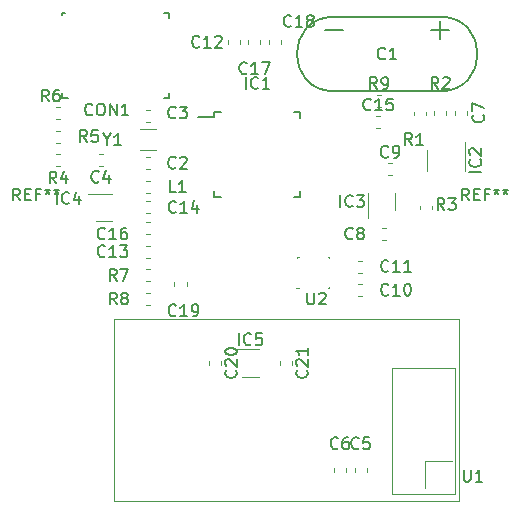
<source format=gto>
G04 #@! TF.GenerationSoftware,KiCad,Pcbnew,(5.0.0)*
G04 #@! TF.CreationDate,2019-03-22T22:35:01+01:00*
G04 #@! TF.ProjectId,nrf24l01-node,6E726632346C30312D6E6F64652E6B69,rev?*
G04 #@! TF.SameCoordinates,Original*
G04 #@! TF.FileFunction,Legend,Top*
G04 #@! TF.FilePolarity,Positive*
%FSLAX46Y46*%
G04 Gerber Fmt 4.6, Leading zero omitted, Abs format (unit mm)*
G04 Created by KiCad (PCBNEW (5.0.0)) date 03/22/19 22:35:01*
%MOMM*%
%LPD*%
G01*
G04 APERTURE LIST*
%ADD10C,0.120000*%
%ADD11C,0.150000*%
%ADD12C,0.100000*%
G04 APERTURE END LIST*
D10*
G04 #@! TO.C,C21*
X76390000Y-156237221D02*
X76390000Y-156562779D01*
X77410000Y-156237221D02*
X77410000Y-156562779D01*
G04 #@! TO.C,C20*
X71410000Y-156237221D02*
X71410000Y-156562779D01*
X70390000Y-156237221D02*
X70390000Y-156562779D01*
G04 #@! TO.C,R9*
X84637221Y-133690000D02*
X84962779Y-133690000D01*
X84637221Y-134710000D02*
X84962779Y-134710000D01*
G04 #@! TO.C,IC5*
X74635000Y-155240000D02*
X72550000Y-155240000D01*
X73225000Y-157560000D02*
X74635000Y-157560000D01*
G04 #@! TO.C,C19*
X67490000Y-149587221D02*
X67490000Y-149912779D01*
X68510000Y-149587221D02*
X68510000Y-149912779D01*
G04 #@! TO.C,C4*
X61412779Y-139760000D02*
X61087221Y-139760000D01*
X61412779Y-138740000D02*
X61087221Y-138740000D01*
G04 #@! TO.C,IC4*
X62235000Y-142090000D02*
X60150000Y-142090000D01*
X60825000Y-144410000D02*
X62235000Y-144410000D01*
G04 #@! TO.C,R8*
X65412779Y-150490000D02*
X65087221Y-150490000D01*
X65412779Y-151510000D02*
X65087221Y-151510000D01*
G04 #@! TO.C,R7*
X65412779Y-149510000D02*
X65087221Y-149510000D01*
X65412779Y-148490000D02*
X65087221Y-148490000D01*
D11*
G04 #@! TO.C,CON1*
X58436000Y-133951800D02*
X58004200Y-133951800D01*
X58004200Y-133951800D02*
X58004200Y-133520000D01*
X58182000Y-126750000D02*
X58000000Y-126750000D01*
X58004200Y-126763600D02*
X58004200Y-126916000D01*
X66564000Y-126750000D02*
X67000000Y-126750000D01*
X67000000Y-126750000D02*
X67000000Y-127170000D01*
X66564000Y-133951800D02*
X67000000Y-133951800D01*
X67000000Y-133951800D02*
X67000000Y-133520000D01*
D10*
G04 #@! TO.C,C18*
X76510000Y-129087221D02*
X76510000Y-129412779D01*
X75490000Y-129087221D02*
X75490000Y-129412779D01*
G04 #@! TO.C,R4*
X57492222Y-138740000D02*
X57817780Y-138740000D01*
X57492222Y-139760000D02*
X57817780Y-139760000D01*
G04 #@! TO.C,R5*
X57492222Y-137760000D02*
X57817780Y-137760000D01*
X57492222Y-136740000D02*
X57817780Y-136740000D01*
G04 #@! TO.C,R6*
X57492222Y-134740000D02*
X57817780Y-134740000D01*
X57492222Y-135760000D02*
X57817780Y-135760000D01*
G04 #@! TO.C,L1*
X65087221Y-140990000D02*
X65412779Y-140990000D01*
X65087221Y-142010000D02*
X65412779Y-142010000D01*
G04 #@! TO.C,C3*
X65412779Y-134990000D02*
X65087221Y-134990000D01*
X65412779Y-136010000D02*
X65087221Y-136010000D01*
G04 #@! TO.C,C2*
X65412779Y-140010000D02*
X65087221Y-140010000D01*
X65412779Y-138990000D02*
X65087221Y-138990000D01*
G04 #@! TO.C,Y1*
X65925000Y-136625000D02*
X64575000Y-136625000D01*
X65925000Y-138375000D02*
X64575000Y-138375000D01*
G04 #@! TO.C,IC3*
X83840000Y-142015000D02*
X83840000Y-144100000D01*
X86160000Y-143425000D02*
X86160000Y-142015000D01*
D11*
G04 #@! TO.C,C1*
X90000000Y-127100000D02*
X81000000Y-127100000D01*
X90000000Y-133400000D02*
X81000000Y-133400000D01*
X90000000Y-127100000D02*
G75*
G02X90000000Y-133400000I0J-3150000D01*
G01*
X81000000Y-133400000D02*
G75*
G02X81000000Y-127100000I0J3150000D01*
G01*
D10*
G04 #@! TO.C,C5*
X83760000Y-165337221D02*
X83760000Y-165662779D01*
X82740000Y-165337221D02*
X82740000Y-165662779D01*
G04 #@! TO.C,C6*
X82010000Y-165337221D02*
X82010000Y-165662779D01*
X80990000Y-165337221D02*
X80990000Y-165662779D01*
G04 #@! TO.C,C7*
X92260000Y-135412779D02*
X92260000Y-135087221D01*
X91240000Y-135412779D02*
X91240000Y-135087221D01*
G04 #@! TO.C,C8*
X85087221Y-146010000D02*
X85412779Y-146010000D01*
X85087221Y-144990000D02*
X85412779Y-144990000D01*
G04 #@! TO.C,C9*
X85587221Y-139490000D02*
X85912779Y-139490000D01*
X85587221Y-140510000D02*
X85912779Y-140510000D01*
G04 #@! TO.C,C10*
X83019365Y-149740000D02*
X83344923Y-149740000D01*
X83019365Y-150760000D02*
X83344923Y-150760000D01*
G04 #@! TO.C,C11*
X83019365Y-148760000D02*
X83344923Y-148760000D01*
X83019365Y-147740000D02*
X83344923Y-147740000D01*
G04 #@! TO.C,C12*
X73010000Y-129412779D02*
X73010000Y-129087221D01*
X71990000Y-129412779D02*
X71990000Y-129087221D01*
G04 #@! TO.C,C13*
X65412779Y-147510000D02*
X65087221Y-147510000D01*
X65412779Y-146490000D02*
X65087221Y-146490000D01*
G04 #@! TO.C,C14*
X65412779Y-142690921D02*
X65087221Y-142690921D01*
X65412779Y-143710921D02*
X65087221Y-143710921D01*
G04 #@! TO.C,C15*
X84587221Y-136510000D02*
X84912779Y-136510000D01*
X84587221Y-135490000D02*
X84912779Y-135490000D01*
G04 #@! TO.C,C16*
X65412779Y-145510000D02*
X65087221Y-145510000D01*
X65412779Y-144490000D02*
X65087221Y-144490000D01*
G04 #@! TO.C,C17*
X73740000Y-129412779D02*
X73740000Y-129087221D01*
X74760000Y-129412779D02*
X74760000Y-129087221D01*
D11*
G04 #@! TO.C,IC1*
X70875000Y-135125000D02*
X70875000Y-135550000D01*
X78125000Y-135125000D02*
X78125000Y-135650000D01*
X78125000Y-142375000D02*
X78125000Y-141850000D01*
X70875000Y-142375000D02*
X70875000Y-141850000D01*
X70875000Y-135125000D02*
X71400000Y-135125000D01*
X70875000Y-142375000D02*
X71400000Y-142375000D01*
X78125000Y-142375000D02*
X77600000Y-142375000D01*
X78125000Y-135125000D02*
X77600000Y-135125000D01*
X70875000Y-135550000D02*
X69500000Y-135550000D01*
D10*
G04 #@! TO.C,IC2*
X88890000Y-138350000D02*
X88890000Y-140150000D01*
X92110000Y-140150000D02*
X92110000Y-137700000D01*
G04 #@! TO.C,R1*
X87740000Y-135450279D02*
X87740000Y-135124721D01*
X88760000Y-135450279D02*
X88760000Y-135124721D01*
G04 #@! TO.C,R2*
X90510000Y-135435636D02*
X90510000Y-135110078D01*
X89490000Y-135435636D02*
X89490000Y-135110078D01*
G04 #@! TO.C,R3*
X88240000Y-143412779D02*
X88240000Y-143087221D01*
X89260000Y-143412779D02*
X89260000Y-143087221D01*
G04 #@! TO.C,U1*
X91270000Y-167524000D02*
X85936000Y-167524000D01*
X85936000Y-167524000D02*
X85936000Y-156856000D01*
X85936000Y-156856000D02*
X91270000Y-156856000D01*
X91270000Y-156856000D02*
X91270000Y-156856000D01*
X88730000Y-167016000D02*
X88730000Y-164730000D01*
X88730000Y-164730000D02*
X91016000Y-164730000D01*
X91016000Y-164730000D02*
X91016000Y-164730000D01*
X91600000Y-168100000D02*
X62400000Y-168100000D01*
X62400000Y-168100000D02*
X62400000Y-152650000D01*
X62400000Y-152650000D02*
X91600000Y-152650000D01*
X91600000Y-152650000D02*
X91600000Y-168100000D01*
X91600000Y-168100000D02*
X91600000Y-168100000D01*
X91270000Y-156856000D02*
X91270000Y-167524000D01*
X91270000Y-167524000D02*
X91270000Y-167524000D01*
D12*
G04 #@! TO.C,U2*
X80610000Y-150100000D02*
X80610000Y-149950000D01*
X80600000Y-150100000D02*
X80450000Y-150100000D01*
X80600000Y-147400000D02*
X80450000Y-147400000D01*
X80600000Y-147400000D02*
X80600000Y-147550000D01*
X77900000Y-147550000D02*
X77900000Y-147400000D01*
X77900000Y-147400000D02*
X78050000Y-147400000D01*
X78050000Y-150100000D02*
X77800000Y-150100000D01*
G04 #@! TO.C,C21*
D11*
X78687142Y-157042857D02*
X78734761Y-157090476D01*
X78782380Y-157233333D01*
X78782380Y-157328571D01*
X78734761Y-157471428D01*
X78639523Y-157566666D01*
X78544285Y-157614285D01*
X78353809Y-157661904D01*
X78210952Y-157661904D01*
X78020476Y-157614285D01*
X77925238Y-157566666D01*
X77830000Y-157471428D01*
X77782380Y-157328571D01*
X77782380Y-157233333D01*
X77830000Y-157090476D01*
X77877619Y-157042857D01*
X77877619Y-156661904D02*
X77830000Y-156614285D01*
X77782380Y-156519047D01*
X77782380Y-156280952D01*
X77830000Y-156185714D01*
X77877619Y-156138095D01*
X77972857Y-156090476D01*
X78068095Y-156090476D01*
X78210952Y-156138095D01*
X78782380Y-156709523D01*
X78782380Y-156090476D01*
X78782380Y-155138095D02*
X78782380Y-155709523D01*
X78782380Y-155423809D02*
X77782380Y-155423809D01*
X77925238Y-155519047D01*
X78020476Y-155614285D01*
X78068095Y-155709523D01*
G04 #@! TO.C,C20*
X72687142Y-157042857D02*
X72734761Y-157090476D01*
X72782380Y-157233333D01*
X72782380Y-157328571D01*
X72734761Y-157471428D01*
X72639523Y-157566666D01*
X72544285Y-157614285D01*
X72353809Y-157661904D01*
X72210952Y-157661904D01*
X72020476Y-157614285D01*
X71925238Y-157566666D01*
X71830000Y-157471428D01*
X71782380Y-157328571D01*
X71782380Y-157233333D01*
X71830000Y-157090476D01*
X71877619Y-157042857D01*
X71877619Y-156661904D02*
X71830000Y-156614285D01*
X71782380Y-156519047D01*
X71782380Y-156280952D01*
X71830000Y-156185714D01*
X71877619Y-156138095D01*
X71972857Y-156090476D01*
X72068095Y-156090476D01*
X72210952Y-156138095D01*
X72782380Y-156709523D01*
X72782380Y-156090476D01*
X71782380Y-155471428D02*
X71782380Y-155376190D01*
X71830000Y-155280952D01*
X71877619Y-155233333D01*
X71972857Y-155185714D01*
X72163333Y-155138095D01*
X72401428Y-155138095D01*
X72591904Y-155185714D01*
X72687142Y-155233333D01*
X72734761Y-155280952D01*
X72782380Y-155376190D01*
X72782380Y-155471428D01*
X72734761Y-155566666D01*
X72687142Y-155614285D01*
X72591904Y-155661904D01*
X72401428Y-155709523D01*
X72163333Y-155709523D01*
X71972857Y-155661904D01*
X71877619Y-155614285D01*
X71830000Y-155566666D01*
X71782380Y-155471428D01*
G04 #@! TO.C,R9*
X84633333Y-133222380D02*
X84300000Y-132746190D01*
X84061904Y-133222380D02*
X84061904Y-132222380D01*
X84442857Y-132222380D01*
X84538095Y-132270000D01*
X84585714Y-132317619D01*
X84633333Y-132412857D01*
X84633333Y-132555714D01*
X84585714Y-132650952D01*
X84538095Y-132698571D01*
X84442857Y-132746190D01*
X84061904Y-132746190D01*
X85109523Y-133222380D02*
X85300000Y-133222380D01*
X85395238Y-133174761D01*
X85442857Y-133127142D01*
X85538095Y-132984285D01*
X85585714Y-132793809D01*
X85585714Y-132412857D01*
X85538095Y-132317619D01*
X85490476Y-132270000D01*
X85395238Y-132222380D01*
X85204761Y-132222380D01*
X85109523Y-132270000D01*
X85061904Y-132317619D01*
X85014285Y-132412857D01*
X85014285Y-132650952D01*
X85061904Y-132746190D01*
X85109523Y-132793809D01*
X85204761Y-132841428D01*
X85395238Y-132841428D01*
X85490476Y-132793809D01*
X85538095Y-132746190D01*
X85585714Y-132650952D01*
G04 #@! TO.C,IC5*
X72923809Y-154902380D02*
X72923809Y-153902380D01*
X73971428Y-154807142D02*
X73923809Y-154854761D01*
X73780952Y-154902380D01*
X73685714Y-154902380D01*
X73542857Y-154854761D01*
X73447619Y-154759523D01*
X73400000Y-154664285D01*
X73352380Y-154473809D01*
X73352380Y-154330952D01*
X73400000Y-154140476D01*
X73447619Y-154045238D01*
X73542857Y-153950000D01*
X73685714Y-153902380D01*
X73780952Y-153902380D01*
X73923809Y-153950000D01*
X73971428Y-153997619D01*
X74876190Y-153902380D02*
X74400000Y-153902380D01*
X74352380Y-154378571D01*
X74400000Y-154330952D01*
X74495238Y-154283333D01*
X74733333Y-154283333D01*
X74828571Y-154330952D01*
X74876190Y-154378571D01*
X74923809Y-154473809D01*
X74923809Y-154711904D01*
X74876190Y-154807142D01*
X74828571Y-154854761D01*
X74733333Y-154902380D01*
X74495238Y-154902380D01*
X74400000Y-154854761D01*
X74352380Y-154807142D01*
G04 #@! TO.C,REF\002A\002A*
X54416666Y-142652380D02*
X54083333Y-142176190D01*
X53845238Y-142652380D02*
X53845238Y-141652380D01*
X54226190Y-141652380D01*
X54321428Y-141700000D01*
X54369047Y-141747619D01*
X54416666Y-141842857D01*
X54416666Y-141985714D01*
X54369047Y-142080952D01*
X54321428Y-142128571D01*
X54226190Y-142176190D01*
X53845238Y-142176190D01*
X54845238Y-142128571D02*
X55178571Y-142128571D01*
X55321428Y-142652380D02*
X54845238Y-142652380D01*
X54845238Y-141652380D01*
X55321428Y-141652380D01*
X56083333Y-142128571D02*
X55750000Y-142128571D01*
X55750000Y-142652380D02*
X55750000Y-141652380D01*
X56226190Y-141652380D01*
X56750000Y-141652380D02*
X56750000Y-141890476D01*
X56511904Y-141795238D02*
X56750000Y-141890476D01*
X56988095Y-141795238D01*
X56607142Y-142080952D02*
X56750000Y-141890476D01*
X56892857Y-142080952D01*
X57511904Y-141652380D02*
X57511904Y-141890476D01*
X57273809Y-141795238D02*
X57511904Y-141890476D01*
X57750000Y-141795238D01*
X57369047Y-142080952D02*
X57511904Y-141890476D01*
X57654761Y-142080952D01*
X92416666Y-142652380D02*
X92083333Y-142176190D01*
X91845238Y-142652380D02*
X91845238Y-141652380D01*
X92226190Y-141652380D01*
X92321428Y-141700000D01*
X92369047Y-141747619D01*
X92416666Y-141842857D01*
X92416666Y-141985714D01*
X92369047Y-142080952D01*
X92321428Y-142128571D01*
X92226190Y-142176190D01*
X91845238Y-142176190D01*
X92845238Y-142128571D02*
X93178571Y-142128571D01*
X93321428Y-142652380D02*
X92845238Y-142652380D01*
X92845238Y-141652380D01*
X93321428Y-141652380D01*
X94083333Y-142128571D02*
X93750000Y-142128571D01*
X93750000Y-142652380D02*
X93750000Y-141652380D01*
X94226190Y-141652380D01*
X94750000Y-141652380D02*
X94750000Y-141890476D01*
X94511904Y-141795238D02*
X94750000Y-141890476D01*
X94988095Y-141795238D01*
X94607142Y-142080952D02*
X94750000Y-141890476D01*
X94892857Y-142080952D01*
X95511904Y-141652380D02*
X95511904Y-141890476D01*
X95273809Y-141795238D02*
X95511904Y-141890476D01*
X95750000Y-141795238D01*
X95369047Y-142080952D02*
X95511904Y-141890476D01*
X95654761Y-142080952D01*
G04 #@! TO.C,C19*
X67607142Y-152357142D02*
X67559523Y-152404761D01*
X67416666Y-152452380D01*
X67321428Y-152452380D01*
X67178571Y-152404761D01*
X67083333Y-152309523D01*
X67035714Y-152214285D01*
X66988095Y-152023809D01*
X66988095Y-151880952D01*
X67035714Y-151690476D01*
X67083333Y-151595238D01*
X67178571Y-151500000D01*
X67321428Y-151452380D01*
X67416666Y-151452380D01*
X67559523Y-151500000D01*
X67607142Y-151547619D01*
X68559523Y-152452380D02*
X67988095Y-152452380D01*
X68273809Y-152452380D02*
X68273809Y-151452380D01*
X68178571Y-151595238D01*
X68083333Y-151690476D01*
X67988095Y-151738095D01*
X69035714Y-152452380D02*
X69226190Y-152452380D01*
X69321428Y-152404761D01*
X69369047Y-152357142D01*
X69464285Y-152214285D01*
X69511904Y-152023809D01*
X69511904Y-151642857D01*
X69464285Y-151547619D01*
X69416666Y-151500000D01*
X69321428Y-151452380D01*
X69130952Y-151452380D01*
X69035714Y-151500000D01*
X68988095Y-151547619D01*
X68940476Y-151642857D01*
X68940476Y-151880952D01*
X68988095Y-151976190D01*
X69035714Y-152023809D01*
X69130952Y-152071428D01*
X69321428Y-152071428D01*
X69416666Y-152023809D01*
X69464285Y-151976190D01*
X69511904Y-151880952D01*
G04 #@! TO.C,C4*
X61083333Y-141037142D02*
X61035714Y-141084761D01*
X60892857Y-141132380D01*
X60797619Y-141132380D01*
X60654761Y-141084761D01*
X60559523Y-140989523D01*
X60511904Y-140894285D01*
X60464285Y-140703809D01*
X60464285Y-140560952D01*
X60511904Y-140370476D01*
X60559523Y-140275238D01*
X60654761Y-140180000D01*
X60797619Y-140132380D01*
X60892857Y-140132380D01*
X61035714Y-140180000D01*
X61083333Y-140227619D01*
X61940476Y-140465714D02*
X61940476Y-141132380D01*
X61702380Y-140084761D02*
X61464285Y-140799047D01*
X62083333Y-140799047D01*
G04 #@! TO.C,IC4*
X57523809Y-142952380D02*
X57523809Y-141952380D01*
X58571428Y-142857142D02*
X58523809Y-142904761D01*
X58380952Y-142952380D01*
X58285714Y-142952380D01*
X58142857Y-142904761D01*
X58047619Y-142809523D01*
X58000000Y-142714285D01*
X57952380Y-142523809D01*
X57952380Y-142380952D01*
X58000000Y-142190476D01*
X58047619Y-142095238D01*
X58142857Y-142000000D01*
X58285714Y-141952380D01*
X58380952Y-141952380D01*
X58523809Y-142000000D01*
X58571428Y-142047619D01*
X59428571Y-142285714D02*
X59428571Y-142952380D01*
X59190476Y-141904761D02*
X58952380Y-142619047D01*
X59571428Y-142619047D01*
G04 #@! TO.C,R8*
X62583333Y-151452380D02*
X62250000Y-150976190D01*
X62011904Y-151452380D02*
X62011904Y-150452380D01*
X62392857Y-150452380D01*
X62488095Y-150500000D01*
X62535714Y-150547619D01*
X62583333Y-150642857D01*
X62583333Y-150785714D01*
X62535714Y-150880952D01*
X62488095Y-150928571D01*
X62392857Y-150976190D01*
X62011904Y-150976190D01*
X63154761Y-150880952D02*
X63059523Y-150833333D01*
X63011904Y-150785714D01*
X62964285Y-150690476D01*
X62964285Y-150642857D01*
X63011904Y-150547619D01*
X63059523Y-150500000D01*
X63154761Y-150452380D01*
X63345238Y-150452380D01*
X63440476Y-150500000D01*
X63488095Y-150547619D01*
X63535714Y-150642857D01*
X63535714Y-150690476D01*
X63488095Y-150785714D01*
X63440476Y-150833333D01*
X63345238Y-150880952D01*
X63154761Y-150880952D01*
X63059523Y-150928571D01*
X63011904Y-150976190D01*
X62964285Y-151071428D01*
X62964285Y-151261904D01*
X63011904Y-151357142D01*
X63059523Y-151404761D01*
X63154761Y-151452380D01*
X63345238Y-151452380D01*
X63440476Y-151404761D01*
X63488095Y-151357142D01*
X63535714Y-151261904D01*
X63535714Y-151071428D01*
X63488095Y-150976190D01*
X63440476Y-150928571D01*
X63345238Y-150880952D01*
G04 #@! TO.C,R7*
X62583333Y-149452380D02*
X62250000Y-148976190D01*
X62011904Y-149452380D02*
X62011904Y-148452380D01*
X62392857Y-148452380D01*
X62488095Y-148500000D01*
X62535714Y-148547619D01*
X62583333Y-148642857D01*
X62583333Y-148785714D01*
X62535714Y-148880952D01*
X62488095Y-148928571D01*
X62392857Y-148976190D01*
X62011904Y-148976190D01*
X62916666Y-148452380D02*
X63583333Y-148452380D01*
X63154761Y-149452380D01*
G04 #@! TO.C,CON1*
X60535714Y-135357142D02*
X60488095Y-135404761D01*
X60345238Y-135452380D01*
X60250000Y-135452380D01*
X60107142Y-135404761D01*
X60011904Y-135309523D01*
X59964285Y-135214285D01*
X59916666Y-135023809D01*
X59916666Y-134880952D01*
X59964285Y-134690476D01*
X60011904Y-134595238D01*
X60107142Y-134500000D01*
X60250000Y-134452380D01*
X60345238Y-134452380D01*
X60488095Y-134500000D01*
X60535714Y-134547619D01*
X61154761Y-134452380D02*
X61345238Y-134452380D01*
X61440476Y-134500000D01*
X61535714Y-134595238D01*
X61583333Y-134785714D01*
X61583333Y-135119047D01*
X61535714Y-135309523D01*
X61440476Y-135404761D01*
X61345238Y-135452380D01*
X61154761Y-135452380D01*
X61059523Y-135404761D01*
X60964285Y-135309523D01*
X60916666Y-135119047D01*
X60916666Y-134785714D01*
X60964285Y-134595238D01*
X61059523Y-134500000D01*
X61154761Y-134452380D01*
X62011904Y-135452380D02*
X62011904Y-134452380D01*
X62583333Y-135452380D01*
X62583333Y-134452380D01*
X63583333Y-135452380D02*
X63011904Y-135452380D01*
X63297619Y-135452380D02*
X63297619Y-134452380D01*
X63202380Y-134595238D01*
X63107142Y-134690476D01*
X63011904Y-134738095D01*
G04 #@! TO.C,C18*
X77357142Y-127857142D02*
X77309523Y-127904761D01*
X77166666Y-127952380D01*
X77071428Y-127952380D01*
X76928571Y-127904761D01*
X76833333Y-127809523D01*
X76785714Y-127714285D01*
X76738095Y-127523809D01*
X76738095Y-127380952D01*
X76785714Y-127190476D01*
X76833333Y-127095238D01*
X76928571Y-127000000D01*
X77071428Y-126952380D01*
X77166666Y-126952380D01*
X77309523Y-127000000D01*
X77357142Y-127047619D01*
X78309523Y-127952380D02*
X77738095Y-127952380D01*
X78023809Y-127952380D02*
X78023809Y-126952380D01*
X77928571Y-127095238D01*
X77833333Y-127190476D01*
X77738095Y-127238095D01*
X78880952Y-127380952D02*
X78785714Y-127333333D01*
X78738095Y-127285714D01*
X78690476Y-127190476D01*
X78690476Y-127142857D01*
X78738095Y-127047619D01*
X78785714Y-127000000D01*
X78880952Y-126952380D01*
X79071428Y-126952380D01*
X79166666Y-127000000D01*
X79214285Y-127047619D01*
X79261904Y-127142857D01*
X79261904Y-127190476D01*
X79214285Y-127285714D01*
X79166666Y-127333333D01*
X79071428Y-127380952D01*
X78880952Y-127380952D01*
X78785714Y-127428571D01*
X78738095Y-127476190D01*
X78690476Y-127571428D01*
X78690476Y-127761904D01*
X78738095Y-127857142D01*
X78785714Y-127904761D01*
X78880952Y-127952380D01*
X79071428Y-127952380D01*
X79166666Y-127904761D01*
X79214285Y-127857142D01*
X79261904Y-127761904D01*
X79261904Y-127571428D01*
X79214285Y-127476190D01*
X79166666Y-127428571D01*
X79071428Y-127380952D01*
G04 #@! TO.C,R4*
X57488334Y-141202380D02*
X57155001Y-140726190D01*
X56916905Y-141202380D02*
X56916905Y-140202380D01*
X57297858Y-140202380D01*
X57393096Y-140250000D01*
X57440715Y-140297619D01*
X57488334Y-140392857D01*
X57488334Y-140535714D01*
X57440715Y-140630952D01*
X57393096Y-140678571D01*
X57297858Y-140726190D01*
X56916905Y-140726190D01*
X58345477Y-140535714D02*
X58345477Y-141202380D01*
X58107381Y-140154761D02*
X57869286Y-140869047D01*
X58488334Y-140869047D01*
G04 #@! TO.C,R5*
X60083333Y-137702380D02*
X59750000Y-137226190D01*
X59511904Y-137702380D02*
X59511904Y-136702380D01*
X59892857Y-136702380D01*
X59988095Y-136750000D01*
X60035714Y-136797619D01*
X60083333Y-136892857D01*
X60083333Y-137035714D01*
X60035714Y-137130952D01*
X59988095Y-137178571D01*
X59892857Y-137226190D01*
X59511904Y-137226190D01*
X60988095Y-136702380D02*
X60511904Y-136702380D01*
X60464285Y-137178571D01*
X60511904Y-137130952D01*
X60607142Y-137083333D01*
X60845238Y-137083333D01*
X60940476Y-137130952D01*
X60988095Y-137178571D01*
X61035714Y-137273809D01*
X61035714Y-137511904D01*
X60988095Y-137607142D01*
X60940476Y-137654761D01*
X60845238Y-137702380D01*
X60607142Y-137702380D01*
X60511904Y-137654761D01*
X60464285Y-137607142D01*
G04 #@! TO.C,R6*
X56833333Y-134272380D02*
X56500000Y-133796190D01*
X56261904Y-134272380D02*
X56261904Y-133272380D01*
X56642857Y-133272380D01*
X56738095Y-133320000D01*
X56785714Y-133367619D01*
X56833333Y-133462857D01*
X56833333Y-133605714D01*
X56785714Y-133700952D01*
X56738095Y-133748571D01*
X56642857Y-133796190D01*
X56261904Y-133796190D01*
X57690476Y-133272380D02*
X57500000Y-133272380D01*
X57404761Y-133320000D01*
X57357142Y-133367619D01*
X57261904Y-133510476D01*
X57214285Y-133700952D01*
X57214285Y-134081904D01*
X57261904Y-134177142D01*
X57309523Y-134224761D01*
X57404761Y-134272380D01*
X57595238Y-134272380D01*
X57690476Y-134224761D01*
X57738095Y-134177142D01*
X57785714Y-134081904D01*
X57785714Y-133843809D01*
X57738095Y-133748571D01*
X57690476Y-133700952D01*
X57595238Y-133653333D01*
X57404761Y-133653333D01*
X57309523Y-133700952D01*
X57261904Y-133748571D01*
X57214285Y-133843809D01*
G04 #@! TO.C,L1*
X67583333Y-141952380D02*
X67107142Y-141952380D01*
X67107142Y-140952380D01*
X68440476Y-141952380D02*
X67869047Y-141952380D01*
X68154761Y-141952380D02*
X68154761Y-140952380D01*
X68059523Y-141095238D01*
X67964285Y-141190476D01*
X67869047Y-141238095D01*
G04 #@! TO.C,C3*
X67583333Y-135607142D02*
X67535714Y-135654761D01*
X67392857Y-135702380D01*
X67297619Y-135702380D01*
X67154761Y-135654761D01*
X67059523Y-135559523D01*
X67011904Y-135464285D01*
X66964285Y-135273809D01*
X66964285Y-135130952D01*
X67011904Y-134940476D01*
X67059523Y-134845238D01*
X67154761Y-134750000D01*
X67297619Y-134702380D01*
X67392857Y-134702380D01*
X67535714Y-134750000D01*
X67583333Y-134797619D01*
X67916666Y-134702380D02*
X68535714Y-134702380D01*
X68202380Y-135083333D01*
X68345238Y-135083333D01*
X68440476Y-135130952D01*
X68488095Y-135178571D01*
X68535714Y-135273809D01*
X68535714Y-135511904D01*
X68488095Y-135607142D01*
X68440476Y-135654761D01*
X68345238Y-135702380D01*
X68059523Y-135702380D01*
X67964285Y-135654761D01*
X67916666Y-135607142D01*
G04 #@! TO.C,C2*
X67583333Y-139857142D02*
X67535714Y-139904761D01*
X67392857Y-139952380D01*
X67297619Y-139952380D01*
X67154761Y-139904761D01*
X67059523Y-139809523D01*
X67011904Y-139714285D01*
X66964285Y-139523809D01*
X66964285Y-139380952D01*
X67011904Y-139190476D01*
X67059523Y-139095238D01*
X67154761Y-139000000D01*
X67297619Y-138952380D01*
X67392857Y-138952380D01*
X67535714Y-139000000D01*
X67583333Y-139047619D01*
X67964285Y-139047619D02*
X68011904Y-139000000D01*
X68107142Y-138952380D01*
X68345238Y-138952380D01*
X68440476Y-139000000D01*
X68488095Y-139047619D01*
X68535714Y-139142857D01*
X68535714Y-139238095D01*
X68488095Y-139380952D01*
X67916666Y-139952380D01*
X68535714Y-139952380D01*
G04 #@! TO.C,Y1*
X61773809Y-137476190D02*
X61773809Y-137952380D01*
X61440476Y-136952380D02*
X61773809Y-137476190D01*
X62107142Y-136952380D01*
X62964285Y-137952380D02*
X62392857Y-137952380D01*
X62678571Y-137952380D02*
X62678571Y-136952380D01*
X62583333Y-137095238D01*
X62488095Y-137190476D01*
X62392857Y-137238095D01*
G04 #@! TO.C,IC3*
X81523809Y-143202380D02*
X81523809Y-142202380D01*
X82571428Y-143107142D02*
X82523809Y-143154761D01*
X82380952Y-143202380D01*
X82285714Y-143202380D01*
X82142857Y-143154761D01*
X82047619Y-143059523D01*
X82000000Y-142964285D01*
X81952380Y-142773809D01*
X81952380Y-142630952D01*
X82000000Y-142440476D01*
X82047619Y-142345238D01*
X82142857Y-142250000D01*
X82285714Y-142202380D01*
X82380952Y-142202380D01*
X82523809Y-142250000D01*
X82571428Y-142297619D01*
X82904761Y-142202380D02*
X83523809Y-142202380D01*
X83190476Y-142583333D01*
X83333333Y-142583333D01*
X83428571Y-142630952D01*
X83476190Y-142678571D01*
X83523809Y-142773809D01*
X83523809Y-143011904D01*
X83476190Y-143107142D01*
X83428571Y-143154761D01*
X83333333Y-143202380D01*
X83047619Y-143202380D01*
X82952380Y-143154761D01*
X82904761Y-143107142D01*
G04 #@! TO.C,C1*
X85333333Y-130607142D02*
X85285714Y-130654761D01*
X85142857Y-130702380D01*
X85047619Y-130702380D01*
X84904761Y-130654761D01*
X84809523Y-130559523D01*
X84761904Y-130464285D01*
X84714285Y-130273809D01*
X84714285Y-130130952D01*
X84761904Y-129940476D01*
X84809523Y-129845238D01*
X84904761Y-129750000D01*
X85047619Y-129702380D01*
X85142857Y-129702380D01*
X85285714Y-129750000D01*
X85333333Y-129797619D01*
X86285714Y-130702380D02*
X85714285Y-130702380D01*
X86000000Y-130702380D02*
X86000000Y-129702380D01*
X85904761Y-129845238D01*
X85809523Y-129940476D01*
X85714285Y-129988095D01*
X89238095Y-128242857D02*
X90761904Y-128242857D01*
X90000000Y-129004761D02*
X90000000Y-127480952D01*
X80238095Y-128242857D02*
X81761904Y-128242857D01*
G04 #@! TO.C,C5*
X83083333Y-163607142D02*
X83035714Y-163654761D01*
X82892857Y-163702380D01*
X82797619Y-163702380D01*
X82654761Y-163654761D01*
X82559523Y-163559523D01*
X82511904Y-163464285D01*
X82464285Y-163273809D01*
X82464285Y-163130952D01*
X82511904Y-162940476D01*
X82559523Y-162845238D01*
X82654761Y-162750000D01*
X82797619Y-162702380D01*
X82892857Y-162702380D01*
X83035714Y-162750000D01*
X83083333Y-162797619D01*
X83988095Y-162702380D02*
X83511904Y-162702380D01*
X83464285Y-163178571D01*
X83511904Y-163130952D01*
X83607142Y-163083333D01*
X83845238Y-163083333D01*
X83940476Y-163130952D01*
X83988095Y-163178571D01*
X84035714Y-163273809D01*
X84035714Y-163511904D01*
X83988095Y-163607142D01*
X83940476Y-163654761D01*
X83845238Y-163702380D01*
X83607142Y-163702380D01*
X83511904Y-163654761D01*
X83464285Y-163607142D01*
G04 #@! TO.C,C6*
X81333333Y-163607142D02*
X81285714Y-163654761D01*
X81142857Y-163702380D01*
X81047619Y-163702380D01*
X80904761Y-163654761D01*
X80809523Y-163559523D01*
X80761904Y-163464285D01*
X80714285Y-163273809D01*
X80714285Y-163130952D01*
X80761904Y-162940476D01*
X80809523Y-162845238D01*
X80904761Y-162750000D01*
X81047619Y-162702380D01*
X81142857Y-162702380D01*
X81285714Y-162750000D01*
X81333333Y-162797619D01*
X82190476Y-162702380D02*
X82000000Y-162702380D01*
X81904761Y-162750000D01*
X81857142Y-162797619D01*
X81761904Y-162940476D01*
X81714285Y-163130952D01*
X81714285Y-163511904D01*
X81761904Y-163607142D01*
X81809523Y-163654761D01*
X81904761Y-163702380D01*
X82095238Y-163702380D01*
X82190476Y-163654761D01*
X82238095Y-163607142D01*
X82285714Y-163511904D01*
X82285714Y-163273809D01*
X82238095Y-163178571D01*
X82190476Y-163130952D01*
X82095238Y-163083333D01*
X81904761Y-163083333D01*
X81809523Y-163130952D01*
X81761904Y-163178571D01*
X81714285Y-163273809D01*
G04 #@! TO.C,C7*
X93607142Y-135416666D02*
X93654761Y-135464285D01*
X93702380Y-135607142D01*
X93702380Y-135702380D01*
X93654761Y-135845238D01*
X93559523Y-135940476D01*
X93464285Y-135988095D01*
X93273809Y-136035714D01*
X93130952Y-136035714D01*
X92940476Y-135988095D01*
X92845238Y-135940476D01*
X92750000Y-135845238D01*
X92702380Y-135702380D01*
X92702380Y-135607142D01*
X92750000Y-135464285D01*
X92797619Y-135416666D01*
X92702380Y-135083333D02*
X92702380Y-134416666D01*
X93702380Y-134845238D01*
G04 #@! TO.C,C8*
X82583333Y-145857142D02*
X82535714Y-145904761D01*
X82392857Y-145952380D01*
X82297619Y-145952380D01*
X82154761Y-145904761D01*
X82059523Y-145809523D01*
X82011904Y-145714285D01*
X81964285Y-145523809D01*
X81964285Y-145380952D01*
X82011904Y-145190476D01*
X82059523Y-145095238D01*
X82154761Y-145000000D01*
X82297619Y-144952380D01*
X82392857Y-144952380D01*
X82535714Y-145000000D01*
X82583333Y-145047619D01*
X83154761Y-145380952D02*
X83059523Y-145333333D01*
X83011904Y-145285714D01*
X82964285Y-145190476D01*
X82964285Y-145142857D01*
X83011904Y-145047619D01*
X83059523Y-145000000D01*
X83154761Y-144952380D01*
X83345238Y-144952380D01*
X83440476Y-145000000D01*
X83488095Y-145047619D01*
X83535714Y-145142857D01*
X83535714Y-145190476D01*
X83488095Y-145285714D01*
X83440476Y-145333333D01*
X83345238Y-145380952D01*
X83154761Y-145380952D01*
X83059523Y-145428571D01*
X83011904Y-145476190D01*
X82964285Y-145571428D01*
X82964285Y-145761904D01*
X83011904Y-145857142D01*
X83059523Y-145904761D01*
X83154761Y-145952380D01*
X83345238Y-145952380D01*
X83440476Y-145904761D01*
X83488095Y-145857142D01*
X83535714Y-145761904D01*
X83535714Y-145571428D01*
X83488095Y-145476190D01*
X83440476Y-145428571D01*
X83345238Y-145380952D01*
G04 #@! TO.C,C9*
X85583333Y-138927142D02*
X85535714Y-138974761D01*
X85392857Y-139022380D01*
X85297619Y-139022380D01*
X85154761Y-138974761D01*
X85059523Y-138879523D01*
X85011904Y-138784285D01*
X84964285Y-138593809D01*
X84964285Y-138450952D01*
X85011904Y-138260476D01*
X85059523Y-138165238D01*
X85154761Y-138070000D01*
X85297619Y-138022380D01*
X85392857Y-138022380D01*
X85535714Y-138070000D01*
X85583333Y-138117619D01*
X86059523Y-139022380D02*
X86250000Y-139022380D01*
X86345238Y-138974761D01*
X86392857Y-138927142D01*
X86488095Y-138784285D01*
X86535714Y-138593809D01*
X86535714Y-138212857D01*
X86488095Y-138117619D01*
X86440476Y-138070000D01*
X86345238Y-138022380D01*
X86154761Y-138022380D01*
X86059523Y-138070000D01*
X86011904Y-138117619D01*
X85964285Y-138212857D01*
X85964285Y-138450952D01*
X86011904Y-138546190D01*
X86059523Y-138593809D01*
X86154761Y-138641428D01*
X86345238Y-138641428D01*
X86440476Y-138593809D01*
X86488095Y-138546190D01*
X86535714Y-138450952D01*
G04 #@! TO.C,C10*
X85607142Y-150607142D02*
X85559523Y-150654761D01*
X85416666Y-150702380D01*
X85321428Y-150702380D01*
X85178571Y-150654761D01*
X85083333Y-150559523D01*
X85035714Y-150464285D01*
X84988095Y-150273809D01*
X84988095Y-150130952D01*
X85035714Y-149940476D01*
X85083333Y-149845238D01*
X85178571Y-149750000D01*
X85321428Y-149702380D01*
X85416666Y-149702380D01*
X85559523Y-149750000D01*
X85607142Y-149797619D01*
X86559523Y-150702380D02*
X85988095Y-150702380D01*
X86273809Y-150702380D02*
X86273809Y-149702380D01*
X86178571Y-149845238D01*
X86083333Y-149940476D01*
X85988095Y-149988095D01*
X87178571Y-149702380D02*
X87273809Y-149702380D01*
X87369047Y-149750000D01*
X87416666Y-149797619D01*
X87464285Y-149892857D01*
X87511904Y-150083333D01*
X87511904Y-150321428D01*
X87464285Y-150511904D01*
X87416666Y-150607142D01*
X87369047Y-150654761D01*
X87273809Y-150702380D01*
X87178571Y-150702380D01*
X87083333Y-150654761D01*
X87035714Y-150607142D01*
X86988095Y-150511904D01*
X86940476Y-150321428D01*
X86940476Y-150083333D01*
X86988095Y-149892857D01*
X87035714Y-149797619D01*
X87083333Y-149750000D01*
X87178571Y-149702380D01*
G04 #@! TO.C,C11*
X85607142Y-148607142D02*
X85559523Y-148654761D01*
X85416666Y-148702380D01*
X85321428Y-148702380D01*
X85178571Y-148654761D01*
X85083333Y-148559523D01*
X85035714Y-148464285D01*
X84988095Y-148273809D01*
X84988095Y-148130952D01*
X85035714Y-147940476D01*
X85083333Y-147845238D01*
X85178571Y-147750000D01*
X85321428Y-147702380D01*
X85416666Y-147702380D01*
X85559523Y-147750000D01*
X85607142Y-147797619D01*
X86559523Y-148702380D02*
X85988095Y-148702380D01*
X86273809Y-148702380D02*
X86273809Y-147702380D01*
X86178571Y-147845238D01*
X86083333Y-147940476D01*
X85988095Y-147988095D01*
X87511904Y-148702380D02*
X86940476Y-148702380D01*
X87226190Y-148702380D02*
X87226190Y-147702380D01*
X87130952Y-147845238D01*
X87035714Y-147940476D01*
X86940476Y-147988095D01*
G04 #@! TO.C,C12*
X69607142Y-129607142D02*
X69559523Y-129654761D01*
X69416666Y-129702380D01*
X69321428Y-129702380D01*
X69178571Y-129654761D01*
X69083333Y-129559523D01*
X69035714Y-129464285D01*
X68988095Y-129273809D01*
X68988095Y-129130952D01*
X69035714Y-128940476D01*
X69083333Y-128845238D01*
X69178571Y-128750000D01*
X69321428Y-128702380D01*
X69416666Y-128702380D01*
X69559523Y-128750000D01*
X69607142Y-128797619D01*
X70559523Y-129702380D02*
X69988095Y-129702380D01*
X70273809Y-129702380D02*
X70273809Y-128702380D01*
X70178571Y-128845238D01*
X70083333Y-128940476D01*
X69988095Y-128988095D01*
X70940476Y-128797619D02*
X70988095Y-128750000D01*
X71083333Y-128702380D01*
X71321428Y-128702380D01*
X71416666Y-128750000D01*
X71464285Y-128797619D01*
X71511904Y-128892857D01*
X71511904Y-128988095D01*
X71464285Y-129130952D01*
X70892857Y-129702380D01*
X71511904Y-129702380D01*
G04 #@! TO.C,C13*
X61607142Y-147357142D02*
X61559523Y-147404761D01*
X61416666Y-147452380D01*
X61321428Y-147452380D01*
X61178571Y-147404761D01*
X61083333Y-147309523D01*
X61035714Y-147214285D01*
X60988095Y-147023809D01*
X60988095Y-146880952D01*
X61035714Y-146690476D01*
X61083333Y-146595238D01*
X61178571Y-146500000D01*
X61321428Y-146452380D01*
X61416666Y-146452380D01*
X61559523Y-146500000D01*
X61607142Y-146547619D01*
X62559523Y-147452380D02*
X61988095Y-147452380D01*
X62273809Y-147452380D02*
X62273809Y-146452380D01*
X62178571Y-146595238D01*
X62083333Y-146690476D01*
X61988095Y-146738095D01*
X62892857Y-146452380D02*
X63511904Y-146452380D01*
X63178571Y-146833333D01*
X63321428Y-146833333D01*
X63416666Y-146880952D01*
X63464285Y-146928571D01*
X63511904Y-147023809D01*
X63511904Y-147261904D01*
X63464285Y-147357142D01*
X63416666Y-147404761D01*
X63321428Y-147452380D01*
X63035714Y-147452380D01*
X62940476Y-147404761D01*
X62892857Y-147357142D01*
G04 #@! TO.C,C14*
X67607142Y-143607142D02*
X67559523Y-143654761D01*
X67416666Y-143702380D01*
X67321428Y-143702380D01*
X67178571Y-143654761D01*
X67083333Y-143559523D01*
X67035714Y-143464285D01*
X66988095Y-143273809D01*
X66988095Y-143130952D01*
X67035714Y-142940476D01*
X67083333Y-142845238D01*
X67178571Y-142750000D01*
X67321428Y-142702380D01*
X67416666Y-142702380D01*
X67559523Y-142750000D01*
X67607142Y-142797619D01*
X68559523Y-143702380D02*
X67988095Y-143702380D01*
X68273809Y-143702380D02*
X68273809Y-142702380D01*
X68178571Y-142845238D01*
X68083333Y-142940476D01*
X67988095Y-142988095D01*
X69416666Y-143035714D02*
X69416666Y-143702380D01*
X69178571Y-142654761D02*
X68940476Y-143369047D01*
X69559523Y-143369047D01*
G04 #@! TO.C,C15*
X84107142Y-134927142D02*
X84059523Y-134974761D01*
X83916666Y-135022380D01*
X83821428Y-135022380D01*
X83678571Y-134974761D01*
X83583333Y-134879523D01*
X83535714Y-134784285D01*
X83488095Y-134593809D01*
X83488095Y-134450952D01*
X83535714Y-134260476D01*
X83583333Y-134165238D01*
X83678571Y-134070000D01*
X83821428Y-134022380D01*
X83916666Y-134022380D01*
X84059523Y-134070000D01*
X84107142Y-134117619D01*
X85059523Y-135022380D02*
X84488095Y-135022380D01*
X84773809Y-135022380D02*
X84773809Y-134022380D01*
X84678571Y-134165238D01*
X84583333Y-134260476D01*
X84488095Y-134308095D01*
X85964285Y-134022380D02*
X85488095Y-134022380D01*
X85440476Y-134498571D01*
X85488095Y-134450952D01*
X85583333Y-134403333D01*
X85821428Y-134403333D01*
X85916666Y-134450952D01*
X85964285Y-134498571D01*
X86011904Y-134593809D01*
X86011904Y-134831904D01*
X85964285Y-134927142D01*
X85916666Y-134974761D01*
X85821428Y-135022380D01*
X85583333Y-135022380D01*
X85488095Y-134974761D01*
X85440476Y-134927142D01*
G04 #@! TO.C,C16*
X61607142Y-145857142D02*
X61559523Y-145904761D01*
X61416666Y-145952380D01*
X61321428Y-145952380D01*
X61178571Y-145904761D01*
X61083333Y-145809523D01*
X61035714Y-145714285D01*
X60988095Y-145523809D01*
X60988095Y-145380952D01*
X61035714Y-145190476D01*
X61083333Y-145095238D01*
X61178571Y-145000000D01*
X61321428Y-144952380D01*
X61416666Y-144952380D01*
X61559523Y-145000000D01*
X61607142Y-145047619D01*
X62559523Y-145952380D02*
X61988095Y-145952380D01*
X62273809Y-145952380D02*
X62273809Y-144952380D01*
X62178571Y-145095238D01*
X62083333Y-145190476D01*
X61988095Y-145238095D01*
X63416666Y-144952380D02*
X63226190Y-144952380D01*
X63130952Y-145000000D01*
X63083333Y-145047619D01*
X62988095Y-145190476D01*
X62940476Y-145380952D01*
X62940476Y-145761904D01*
X62988095Y-145857142D01*
X63035714Y-145904761D01*
X63130952Y-145952380D01*
X63321428Y-145952380D01*
X63416666Y-145904761D01*
X63464285Y-145857142D01*
X63511904Y-145761904D01*
X63511904Y-145523809D01*
X63464285Y-145428571D01*
X63416666Y-145380952D01*
X63321428Y-145333333D01*
X63130952Y-145333333D01*
X63035714Y-145380952D01*
X62988095Y-145428571D01*
X62940476Y-145523809D01*
G04 #@! TO.C,C17*
X73607142Y-131857142D02*
X73559523Y-131904761D01*
X73416666Y-131952380D01*
X73321428Y-131952380D01*
X73178571Y-131904761D01*
X73083333Y-131809523D01*
X73035714Y-131714285D01*
X72988095Y-131523809D01*
X72988095Y-131380952D01*
X73035714Y-131190476D01*
X73083333Y-131095238D01*
X73178571Y-131000000D01*
X73321428Y-130952380D01*
X73416666Y-130952380D01*
X73559523Y-131000000D01*
X73607142Y-131047619D01*
X74559523Y-131952380D02*
X73988095Y-131952380D01*
X74273809Y-131952380D02*
X74273809Y-130952380D01*
X74178571Y-131095238D01*
X74083333Y-131190476D01*
X73988095Y-131238095D01*
X74892857Y-130952380D02*
X75559523Y-130952380D01*
X75130952Y-131952380D01*
G04 #@! TO.C,IC1*
X73523809Y-133202380D02*
X73523809Y-132202380D01*
X74571428Y-133107142D02*
X74523809Y-133154761D01*
X74380952Y-133202380D01*
X74285714Y-133202380D01*
X74142857Y-133154761D01*
X74047619Y-133059523D01*
X74000000Y-132964285D01*
X73952380Y-132773809D01*
X73952380Y-132630952D01*
X74000000Y-132440476D01*
X74047619Y-132345238D01*
X74142857Y-132250000D01*
X74285714Y-132202380D01*
X74380952Y-132202380D01*
X74523809Y-132250000D01*
X74571428Y-132297619D01*
X75523809Y-133202380D02*
X74952380Y-133202380D01*
X75238095Y-133202380D02*
X75238095Y-132202380D01*
X75142857Y-132345238D01*
X75047619Y-132440476D01*
X74952380Y-132488095D01*
G04 #@! TO.C,IC2*
X93452380Y-140226190D02*
X92452380Y-140226190D01*
X93357142Y-139178571D02*
X93404761Y-139226190D01*
X93452380Y-139369047D01*
X93452380Y-139464285D01*
X93404761Y-139607142D01*
X93309523Y-139702380D01*
X93214285Y-139750000D01*
X93023809Y-139797619D01*
X92880952Y-139797619D01*
X92690476Y-139750000D01*
X92595238Y-139702380D01*
X92500000Y-139607142D01*
X92452380Y-139464285D01*
X92452380Y-139369047D01*
X92500000Y-139226190D01*
X92547619Y-139178571D01*
X92547619Y-138797619D02*
X92500000Y-138750000D01*
X92452380Y-138654761D01*
X92452380Y-138416666D01*
X92500000Y-138321428D01*
X92547619Y-138273809D01*
X92642857Y-138226190D01*
X92738095Y-138226190D01*
X92880952Y-138273809D01*
X93452380Y-138845238D01*
X93452380Y-138226190D01*
G04 #@! TO.C,R1*
X87583333Y-137952380D02*
X87250000Y-137476190D01*
X87011904Y-137952380D02*
X87011904Y-136952380D01*
X87392857Y-136952380D01*
X87488095Y-137000000D01*
X87535714Y-137047619D01*
X87583333Y-137142857D01*
X87583333Y-137285714D01*
X87535714Y-137380952D01*
X87488095Y-137428571D01*
X87392857Y-137476190D01*
X87011904Y-137476190D01*
X88535714Y-137952380D02*
X87964285Y-137952380D01*
X88250000Y-137952380D02*
X88250000Y-136952380D01*
X88154761Y-137095238D01*
X88059523Y-137190476D01*
X87964285Y-137238095D01*
G04 #@! TO.C,R2*
X89833333Y-133202380D02*
X89500000Y-132726190D01*
X89261904Y-133202380D02*
X89261904Y-132202380D01*
X89642857Y-132202380D01*
X89738095Y-132250000D01*
X89785714Y-132297619D01*
X89833333Y-132392857D01*
X89833333Y-132535714D01*
X89785714Y-132630952D01*
X89738095Y-132678571D01*
X89642857Y-132726190D01*
X89261904Y-132726190D01*
X90214285Y-132297619D02*
X90261904Y-132250000D01*
X90357142Y-132202380D01*
X90595238Y-132202380D01*
X90690476Y-132250000D01*
X90738095Y-132297619D01*
X90785714Y-132392857D01*
X90785714Y-132488095D01*
X90738095Y-132630952D01*
X90166666Y-133202380D01*
X90785714Y-133202380D01*
G04 #@! TO.C,R3*
X90333333Y-143452380D02*
X90000000Y-142976190D01*
X89761904Y-143452380D02*
X89761904Y-142452380D01*
X90142857Y-142452380D01*
X90238095Y-142500000D01*
X90285714Y-142547619D01*
X90333333Y-142642857D01*
X90333333Y-142785714D01*
X90285714Y-142880952D01*
X90238095Y-142928571D01*
X90142857Y-142976190D01*
X89761904Y-142976190D01*
X90666666Y-142452380D02*
X91285714Y-142452380D01*
X90952380Y-142833333D01*
X91095238Y-142833333D01*
X91190476Y-142880952D01*
X91238095Y-142928571D01*
X91285714Y-143023809D01*
X91285714Y-143261904D01*
X91238095Y-143357142D01*
X91190476Y-143404761D01*
X91095238Y-143452380D01*
X90809523Y-143452380D01*
X90714285Y-143404761D01*
X90666666Y-143357142D01*
G04 #@! TO.C,U1*
X91988095Y-165452380D02*
X91988095Y-166261904D01*
X92035714Y-166357142D01*
X92083333Y-166404761D01*
X92178571Y-166452380D01*
X92369047Y-166452380D01*
X92464285Y-166404761D01*
X92511904Y-166357142D01*
X92559523Y-166261904D01*
X92559523Y-165452380D01*
X93559523Y-166452380D02*
X92988095Y-166452380D01*
X93273809Y-166452380D02*
X93273809Y-165452380D01*
X93178571Y-165595238D01*
X93083333Y-165690476D01*
X92988095Y-165738095D01*
G04 #@! TO.C,U2*
X78738095Y-150452380D02*
X78738095Y-151261904D01*
X78785714Y-151357142D01*
X78833333Y-151404761D01*
X78928571Y-151452380D01*
X79119047Y-151452380D01*
X79214285Y-151404761D01*
X79261904Y-151357142D01*
X79309523Y-151261904D01*
X79309523Y-150452380D01*
X79738095Y-150547619D02*
X79785714Y-150500000D01*
X79880952Y-150452380D01*
X80119047Y-150452380D01*
X80214285Y-150500000D01*
X80261904Y-150547619D01*
X80309523Y-150642857D01*
X80309523Y-150738095D01*
X80261904Y-150880952D01*
X79690476Y-151452380D01*
X80309523Y-151452380D01*
G04 #@! TD*
M02*

</source>
